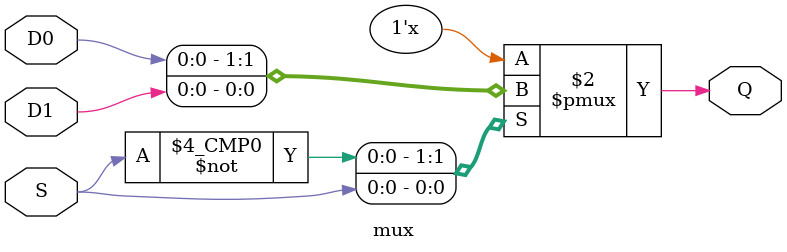
<source format=sv>



`timescale 1ns/1ps

module mux(
  	input D0, D1, S,
  	output reg Q
);

  always @ (*) begin
    case(S)
      0: Q = D0;
      1: Q = D1;
    endcase
  end 
  
endmodule




</source>
